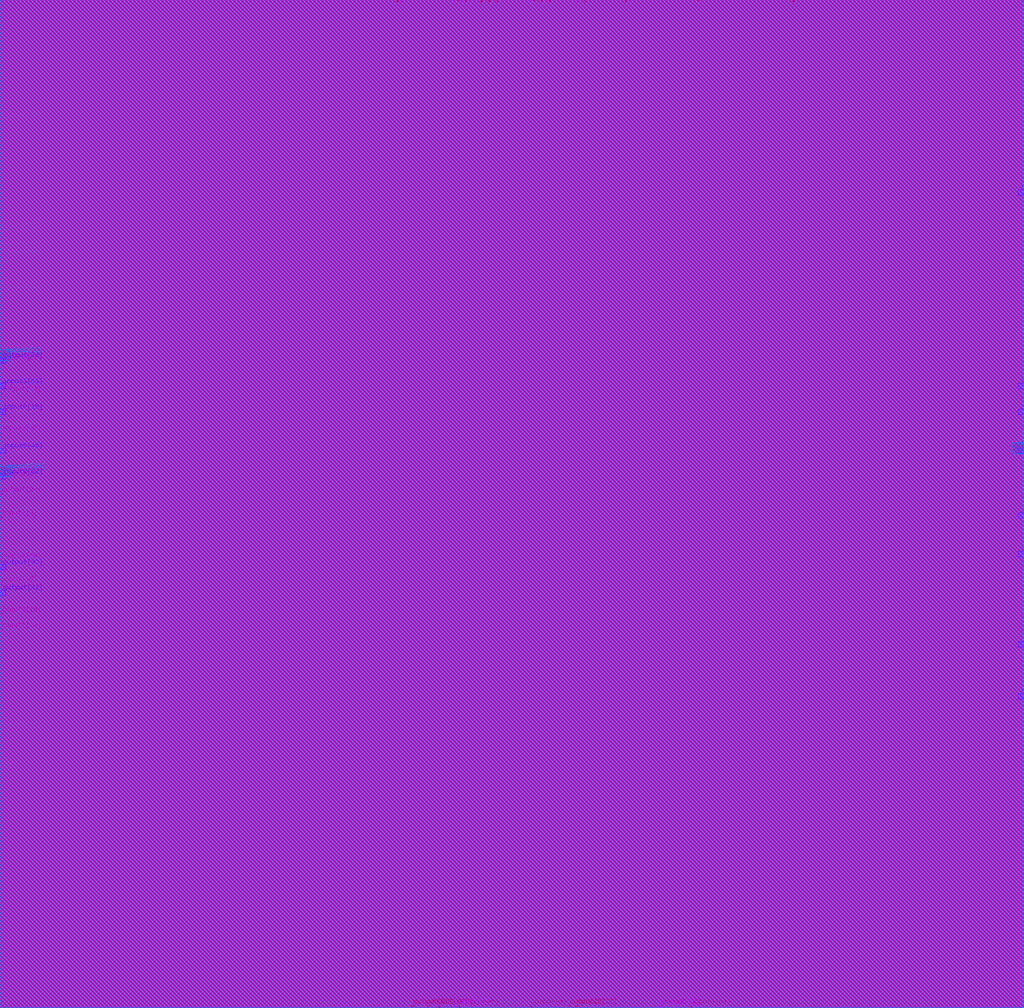
<source format=lef>
##
## LEF for PtnCells ;
## created by Innovus v17.12-s095_1 on Wed Apr 22 22:04:46 2020
##

VERSION 5.8 ;

BUSBITCHARS "[]" ;
DIVIDERCHAR "/" ;

MACRO AsyncMux_width64
  CLASS BLOCK ;
  FOREIGN AsyncMux_width64 0 0 ;
  ORIGIN 0.0000 0.0000 ;
  SIZE 75.2400 BY 74.1000 ;
  SYMMETRY X Y R90 ;
  PIN input0[63]
    DIRECTION INPUT ;
    USE SIGNAL ;
    PORT
      LAYER metal3 ;
        RECT 0.0000 47.3700 0.0700 47.4400 ;
    END
  END input0[63]
  PIN input0[62]
    DIRECTION INPUT ;
    USE SIGNAL ;
    PORT
      LAYER metal7 ;
        RECT 0.0000 38.8450 0.4000 39.2450 ;
    END
  END input0[62]
  PIN input0[61]
    DIRECTION INPUT ;
    USE SIGNAL ;
    PORT
      LAYER metal4 ;
        RECT 34.1850 73.9600 34.3250 74.1000 ;
    END
  END input0[61]
  PIN input0[60]
    DIRECTION INPUT ;
    USE SIGNAL ;
    PORT
      LAYER metal2 ;
        RECT 34.0700 74.0300 34.1400 74.1000 ;
    END
  END input0[60]
  PIN input0[59]
    DIRECTION INPUT ;
    USE SIGNAL ;
    PORT
      LAYER metal6 ;
        RECT 33.9050 73.9600 34.0450 74.1000 ;
    END
  END input0[59]
  PIN input0[58]
    DIRECTION INPUT ;
    USE SIGNAL ;
    PORT
      LAYER metal2 ;
        RECT 38.8200 0.0000 38.8900 0.0700 ;
    END
  END input0[58]
  PIN input0[57]
    DIRECTION INPUT ;
    USE SIGNAL ;
    PORT
      LAYER metal4 ;
        RECT 48.4650 0.0000 48.6050 0.1400 ;
    END
  END input0[57]
  PIN input0[56]
    DIRECTION INPUT ;
    USE SIGNAL ;
    PORT
      LAYER metal3 ;
        RECT 75.1700 31.2200 75.2400 31.2900 ;
    END
  END input0[56]
  PIN input0[55]
    DIRECTION INPUT ;
    USE SIGNAL ;
    PORT
      LAYER metal7 ;
        RECT 74.8400 45.4950 75.2400 45.8950 ;
    END
  END input0[55]
  PIN input0[54]
    DIRECTION INPUT ;
    USE SIGNAL ;
    PORT
      LAYER metal3 ;
        RECT 0.0000 42.4300 0.0700 42.5000 ;
    END
  END input0[54]
  PIN input0[53]
    DIRECTION INPUT ;
    USE SIGNAL ;
    PORT
      LAYER metal2 ;
        RECT 33.1200 0.0000 33.1900 0.0700 ;
    END
  END input0[53]
  PIN input0[52]
    DIRECTION INPUT ;
    USE SIGNAL ;
    PORT
      LAYER metal2 ;
        RECT 42.2400 0.0000 42.3100 0.0700 ;
    END
  END input0[52]
  PIN input0[51]
    DIRECTION INPUT ;
    USE SIGNAL ;
    PORT
      LAYER metal3 ;
        RECT 75.1700 39.9600 75.2400 40.0300 ;
    END
  END input0[51]
  PIN input0[50]
    DIRECTION INPUT ;
    USE SIGNAL ;
    PORT
      LAYER metal3 ;
        RECT 75.1700 46.2300 75.2400 46.3000 ;
    END
  END input0[50]
  PIN input0[49]
    DIRECTION INPUT ;
    USE SIGNAL ;
    PORT
      LAYER metal2 ;
        RECT 42.6200 74.0300 42.6900 74.1000 ;
    END
  END input0[49]
  PIN input0[48]
    DIRECTION INPUT ;
    USE SIGNAL ;
    PORT
      LAYER metal7 ;
        RECT 0.0000 40.7450 0.4000 41.1450 ;
    END
  END input0[48]
  PIN input0[47]
    DIRECTION INPUT ;
    USE SIGNAL ;
    PORT
      LAYER metal2 ;
        RECT 24.7600 74.0300 24.8300 74.1000 ;
    END
  END input0[47]
  PIN input0[46]
    DIRECTION INPUT ;
    USE SIGNAL ;
    PORT
      LAYER metal7 ;
        RECT 74.8400 40.7450 75.2400 41.1450 ;
    END
  END input0[46]
  PIN input0[45]
    DIRECTION INPUT ;
    USE SIGNAL ;
    PORT
      LAYER metal2 ;
        RECT 39.2000 74.0300 39.2700 74.1000 ;
    END
  END input0[45]
  PIN input0[44]
    DIRECTION INPUT ;
    USE SIGNAL ;
    PORT
      LAYER metal2 ;
        RECT 35.4000 74.0300 35.4700 74.1000 ;
    END
  END input0[44]
  PIN input0[43]
    DIRECTION INPUT ;
    USE SIGNAL ;
    PORT
      LAYER metal3 ;
        RECT 0.0000 44.9000 0.0700 44.9700 ;
    END
  END input0[43]
  PIN input0[42]
    DIRECTION INPUT ;
    USE SIGNAL ;
    PORT
      LAYER metal3 ;
        RECT 0.0000 31.2200 0.0700 31.2900 ;
    END
  END input0[42]
  PIN input0[41]
    DIRECTION INPUT ;
    USE SIGNAL ;
    PORT
      LAYER metal3 ;
        RECT 75.1700 23.8100 75.2400 23.8800 ;
    END
  END input0[41]
  PIN input0[40]
    DIRECTION INPUT ;
    USE SIGNAL ;
    PORT
      LAYER metal2 ;
        RECT 35.0200 0.0000 35.0900 0.0700 ;
    END
  END input0[40]
  PIN input0[39]
    DIRECTION INPUT ;
    USE SIGNAL ;
    PORT
      LAYER metal7 ;
        RECT 74.8400 43.5950 75.2400 43.9950 ;
    END
  END input0[39]
  PIN input0[38]
    DIRECTION INPUT ;
    USE SIGNAL ;
    PORT
      LAYER metal3 ;
        RECT 0.0000 37.4900 0.0700 37.5600 ;
    END
  END input0[38]
  PIN input0[37]
    DIRECTION INPUT ;
    USE SIGNAL ;
    PORT
      LAYER metal2 ;
        RECT 35.4000 0.0000 35.4700 0.0700 ;
    END
  END input0[37]
  PIN input0[36]
    DIRECTION INPUT ;
    USE SIGNAL ;
    PORT
      LAYER metal2 ;
        RECT 43.5700 0.0000 43.6400 0.0700 ;
    END
  END input0[36]
  PIN input0[35]
    DIRECTION INPUT ;
    USE SIGNAL ;
    PORT
      LAYER metal3 ;
        RECT 75.1700 32.3600 75.2400 32.4300 ;
    END
  END input0[35]
  PIN input0[34]
    DIRECTION INPUT ;
    USE SIGNAL ;
    PORT
      LAYER metal7 ;
        RECT 74.8400 35.9950 75.2400 36.3950 ;
    END
  END input0[34]
  PIN input0[33]
    DIRECTION INPUT ;
    USE SIGNAL ;
    PORT
      LAYER metal2 ;
        RECT 39.7700 74.0300 39.8400 74.1000 ;
    END
  END input0[33]
  PIN input0[32]
    DIRECTION INPUT ;
    USE SIGNAL ;
    PORT
      LAYER metal3 ;
        RECT 0.0000 32.5500 0.0700 32.6200 ;
    END
  END input0[32]
  PIN input0[31]
    DIRECTION INPUT ;
    USE SIGNAL ;
    PORT
      LAYER metal5 ;
        RECT 0.0000 47.3350 0.1400 47.4750 ;
    END
  END input0[31]
  PIN input0[30]
    DIRECTION INPUT ;
    USE SIGNAL ;
    PORT
      LAYER metal3 ;
        RECT 75.1700 42.4300 75.2400 42.5000 ;
    END
  END input0[30]
  PIN input0[29]
    DIRECTION INPUT ;
    USE SIGNAL ;
    PORT
      LAYER metal3 ;
        RECT 75.1700 43.7600 75.2400 43.8300 ;
    END
  END input0[29]
  PIN input0[28]
    DIRECTION INPUT ;
    USE SIGNAL ;
    PORT
      LAYER metal2 ;
        RECT 40.5300 74.0300 40.6000 74.1000 ;
    END
  END input0[28]
  PIN input0[27]
    DIRECTION INPUT ;
    USE SIGNAL ;
    PORT
      LAYER metal2 ;
        RECT 29.3200 74.0300 29.3900 74.1000 ;
    END
  END input0[27]
  PIN input0[26]
    DIRECTION INPUT ;
    USE SIGNAL ;
    PORT
      LAYER metal9 ;
        RECT 0.0000 39.0250 0.8000 39.8250 ;
    END
  END input0[26]
  PIN input0[25]
    DIRECTION INPUT ;
    USE SIGNAL ;
    PORT
      LAYER metal3 ;
        RECT 75.1700 27.6100 75.2400 27.6800 ;
    END
  END input0[25]
  PIN input0[24]
    DIRECTION INPUT ;
    USE SIGNAL ;
    PORT
      LAYER metal4 ;
        RECT 35.3050 73.9600 35.4450 74.1000 ;
    END
  END input0[24]
  PIN input0[23]
    DIRECTION INPUT ;
    USE SIGNAL ;
    PORT
      LAYER metal5 ;
        RECT 75.1000 44.7700 75.2400 44.9100 ;
    END
  END input0[23]
  PIN input0[22]
    DIRECTION INPUT ;
    USE SIGNAL ;
    PORT
      LAYER metal3 ;
        RECT 0.0000 36.1600 0.0700 36.2300 ;
    END
  END input0[22]
  PIN input0[21]
    DIRECTION INPUT ;
    USE SIGNAL ;
    PORT
      LAYER metal4 ;
        RECT 32.2250 0.0000 32.3650 0.1400 ;
    END
  END input0[21]
  PIN input0[20]
    DIRECTION INPUT ;
    USE SIGNAL ;
    PORT
      LAYER metal2 ;
        RECT 36.3500 0.0000 36.4200 0.0700 ;
    END
  END input0[20]
  PIN input0[19]
    DIRECTION INPUT ;
    USE SIGNAL ;
    PORT
      LAYER metal5 ;
        RECT 75.1000 27.6700 75.2400 27.8100 ;
    END
  END input0[19]
  PIN input0[18]
    DIRECTION INPUT ;
    USE SIGNAL ;
    PORT
      LAYER metal7 ;
        RECT 74.8400 33.1450 75.2400 33.5450 ;
    END
  END input0[18]
  PIN input0[17]
    DIRECTION INPUT ;
    USE SIGNAL ;
    PORT
      LAYER metal3 ;
        RECT 75.1700 35.0200 75.2400 35.0900 ;
    END
  END input0[17]
  PIN input0[16]
    DIRECTION INPUT ;
    USE SIGNAL ;
    PORT
      LAYER metal5 ;
        RECT 0.0000 28.8100 0.1400 28.9500 ;
    END
  END input0[16]
  PIN input0[15]
    DIRECTION INPUT ;
    USE SIGNAL ;
    PORT
      LAYER metal7 ;
        RECT 0.0000 43.5950 0.4000 43.9950 ;
    END
  END input0[15]
  PIN input0[14]
    DIRECTION INPUT ;
    USE SIGNAL ;
    PORT
      LAYER metal5 ;
        RECT 75.1000 28.8100 75.2400 28.9500 ;
    END
  END input0[14]
  PIN input0[13]
    DIRECTION INPUT ;
    USE SIGNAL ;
    PORT
      LAYER metal5 ;
        RECT 75.1000 39.9250 75.2400 40.0650 ;
    END
  END input0[13]
  PIN input0[12]
    DIRECTION INPUT ;
    USE SIGNAL ;
    PORT
      LAYER metal2 ;
        RECT 46.2300 74.0300 46.3000 74.1000 ;
    END
  END input0[12]
  PIN input0[11]
    DIRECTION INPUT ;
    USE SIGNAL ;
    PORT
      LAYER metal4 ;
        RECT 39.7850 73.9600 39.9250 74.1000 ;
    END
  END input0[11]
  PIN input0[10]
    DIRECTION INPUT ;
    USE SIGNAL ;
    PORT
      LAYER metal3 ;
        RECT 0.0000 38.8200 0.0700 38.8900 ;
    END
  END input0[10]
  PIN input0[9]
    DIRECTION INPUT ;
    USE SIGNAL ;
    PORT
      LAYER metal7 ;
        RECT 74.8400 26.4950 75.2400 26.8950 ;
    END
  END input0[9]
  PIN input0[8]
    DIRECTION INPUT ;
    USE SIGNAL ;
    PORT
      LAYER metal5 ;
        RECT 75.1000 34.7950 75.2400 34.9350 ;
    END
  END input0[8]
  PIN input0[7]
    DIRECTION INPUT ;
    USE SIGNAL ;
    PORT
      LAYER metal2 ;
        RECT 49.2700 74.0300 49.3400 74.1000 ;
    END
  END input0[7]
  PIN input0[6]
    DIRECTION INPUT ;
    USE SIGNAL ;
    PORT
      LAYER metal2 ;
        RECT 36.3500 74.0300 36.4200 74.1000 ;
    END
  END input0[6]
  PIN input0[5]
    DIRECTION INPUT ;
    USE SIGNAL ;
    PORT
      LAYER metal6 ;
        RECT 33.3450 0.0000 33.4850 0.1400 ;
    END
  END input0[5]
  PIN input0[4]
    DIRECTION INPUT ;
    USE SIGNAL ;
    PORT
      LAYER metal2 ;
        RECT 43.0000 0.0000 43.0700 0.0700 ;
    END
  END input0[4]
  PIN input0[3]
    DIRECTION INPUT ;
    USE SIGNAL ;
    PORT
      LAYER metal3 ;
        RECT 75.1700 33.8800 75.2400 33.9500 ;
    END
  END input0[3]
  PIN input0[2]
    DIRECTION INPUT ;
    USE SIGNAL ;
    PORT
      LAYER metal4 ;
        RECT 39.2250 73.9600 39.3650 74.1000 ;
    END
  END input0[2]
  PIN input0[1]
    DIRECTION INPUT ;
    USE SIGNAL ;
    PORT
      LAYER metal3 ;
        RECT 0.0000 43.7600 0.0700 43.8300 ;
    END
  END input0[1]
  PIN input0[0]
    DIRECTION INPUT ;
    USE SIGNAL ;
    PORT
      LAYER metal5 ;
        RECT 0.0000 38.7850 0.1400 38.9250 ;
    END
  END input0[0]
  PIN input1[63]
    DIRECTION INPUT ;
    USE SIGNAL ;
    PORT
      LAYER metal3 ;
        RECT 0.0000 65.2300 0.0700 65.3000 ;
    END
  END input1[63]
  PIN input1[62]
    DIRECTION INPUT ;
    USE SIGNAL ;
    PORT
      LAYER metal3 ;
        RECT 75.1700 30.6500 75.2400 30.7200 ;
    END
  END input1[62]
  PIN input1[61]
    DIRECTION INPUT ;
    USE SIGNAL ;
    PORT
      LAYER metal7 ;
        RECT 0.0000 45.4950 0.4000 45.8950 ;
    END
  END input1[61]
  PIN input1[60]
    DIRECTION INPUT ;
    USE SIGNAL ;
    PORT
      LAYER metal6 ;
        RECT 33.3450 73.9600 33.4850 74.1000 ;
    END
  END input1[60]
  PIN input1[59]
    DIRECTION INPUT ;
    USE SIGNAL ;
    PORT
      LAYER metal2 ;
        RECT 19.4400 74.0300 19.5100 74.1000 ;
    END
  END input1[59]
  PIN input1[58]
    DIRECTION INPUT ;
    USE SIGNAL ;
    PORT
      LAYER metal2 ;
        RECT 23.0500 0.0000 23.1200 0.0700 ;
    END
  END input1[58]
  PIN input1[57]
    DIRECTION INPUT ;
    USE SIGNAL ;
    PORT
      LAYER metal4 ;
        RECT 50.7050 0.0000 50.8450 0.1400 ;
    END
  END input1[57]
  PIN input1[56]
    DIRECTION INPUT ;
    USE SIGNAL ;
    PORT
      LAYER metal2 ;
        RECT 46.6100 0.0000 46.6800 0.0700 ;
    END
  END input1[56]
  PIN input1[55]
    DIRECTION INPUT ;
    USE SIGNAL ;
    PORT
      LAYER metal3 ;
        RECT 75.1700 55.3500 75.2400 55.4200 ;
    END
  END input1[55]
  PIN input1[54]
    DIRECTION INPUT ;
    USE SIGNAL ;
    PORT
      LAYER metal2 ;
        RECT 22.6700 74.0300 22.7400 74.1000 ;
    END
  END input1[54]
  PIN input1[53]
    DIRECTION INPUT ;
    USE SIGNAL ;
    PORT
      LAYER metal2 ;
        RECT 26.8500 0.0000 26.9200 0.0700 ;
    END
  END input1[53]
  PIN input1[52]
    DIRECTION INPUT ;
    USE SIGNAL ;
    PORT
      LAYER metal2 ;
        RECT 40.7200 0.0000 40.7900 0.0700 ;
    END
  END input1[52]
  PIN input1[51]
    DIRECTION INPUT ;
    USE SIGNAL ;
    PORT
      LAYER metal3 ;
        RECT 75.1700 45.4700 75.2400 45.5400 ;
    END
  END input1[51]
  PIN input1[50]
    DIRECTION INPUT ;
    USE SIGNAL ;
    PORT
      LAYER metal5 ;
        RECT 75.1000 55.3150 75.2400 55.4550 ;
    END
  END input1[50]
  PIN input1[49]
    DIRECTION INPUT ;
    USE SIGNAL ;
    PORT
      LAYER metal2 ;
        RECT 44.3300 74.0300 44.4000 74.1000 ;
    END
  END input1[49]
  PIN input1[48]
    DIRECTION INPUT ;
    USE SIGNAL ;
    PORT
      LAYER metal3 ;
        RECT 0.0000 40.5300 0.0700 40.6000 ;
    END
  END input1[48]
  PIN input1[47]
    DIRECTION INPUT ;
    USE SIGNAL ;
    PORT
      LAYER metal2 ;
        RECT 11.0800 74.0300 11.1500 74.1000 ;
    END
  END input1[47]
  PIN input1[46]
    DIRECTION INPUT ;
    USE SIGNAL ;
    PORT
      LAYER metal3 ;
        RECT 75.1700 25.3300 75.2400 25.4000 ;
    END
  END input1[46]
  PIN input1[45]
    DIRECTION INPUT ;
    USE SIGNAL ;
    PORT
      LAYER metal2 ;
        RECT 40.9100 74.0300 40.9800 74.1000 ;
    END
  END input1[45]
  PIN input1[44]
    DIRECTION INPUT ;
    USE SIGNAL ;
    PORT
      LAYER metal2 ;
        RECT 34.8300 74.0300 34.9000 74.1000 ;
    END
  END input1[44]
  PIN input1[43]
    DIRECTION INPUT ;
    USE SIGNAL ;
    PORT
      LAYER metal3 ;
        RECT 0.0000 52.5000 0.0700 52.5700 ;
    END
  END input1[43]
  PIN input1[42]
    DIRECTION INPUT ;
    USE SIGNAL ;
    PORT
      LAYER metal3 ;
        RECT 0.0000 30.0800 0.0700 30.1500 ;
    END
  END input1[42]
  PIN input1[41]
    DIRECTION INPUT ;
    USE SIGNAL ;
    PORT
      LAYER metal2 ;
        RECT 62.7600 0.0000 62.8300 0.0700 ;
    END
  END input1[41]
  PIN input1[40]
    DIRECTION INPUT ;
    USE SIGNAL ;
    PORT
      LAYER metal10 ;
        RECT 38.3350 0.0000 39.1350 0.8000 ;
    END
  END input1[40]
  PIN input1[39]
    DIRECTION INPUT ;
    USE SIGNAL ;
    PORT
      LAYER metal3 ;
        RECT 75.1700 54.9700 75.2400 55.0400 ;
    END
  END input1[39]
  PIN input1[38]
    DIRECTION INPUT ;
    USE SIGNAL ;
    PORT
      LAYER metal3 ;
        RECT 0.0000 37.8700 0.0700 37.9400 ;
    END
  END input1[38]
  PIN input1[37]
    DIRECTION INPUT ;
    USE SIGNAL ;
    PORT
      LAYER metal2 ;
        RECT 31.2200 0.0000 31.2900 0.0700 ;
    END
  END input1[37]
  PIN input1[36]
    DIRECTION INPUT ;
    USE SIGNAL ;
    PORT
      LAYER metal2 ;
        RECT 45.4700 0.0000 45.5400 0.0700 ;
    END
  END input1[36]
  PIN input1[35]
    DIRECTION INPUT ;
    USE SIGNAL ;
    PORT
      LAYER metal3 ;
        RECT 75.1700 30.2700 75.2400 30.3400 ;
    END
  END input1[35]
  PIN input1[34]
    DIRECTION INPUT ;
    USE SIGNAL ;
    PORT
      LAYER metal3 ;
        RECT 75.1700 37.1100 75.2400 37.1800 ;
    END
  END input1[34]
  PIN input1[33]
    DIRECTION INPUT ;
    USE SIGNAL ;
    PORT
      LAYER metal2 ;
        RECT 41.4800 74.0300 41.5500 74.1000 ;
    END
  END input1[33]
  PIN input1[32]
    DIRECTION INPUT ;
    USE SIGNAL ;
    PORT
      LAYER metal5 ;
        RECT 0.0000 27.6700 0.1400 27.8100 ;
    END
  END input1[32]
  PIN input1[31]
    DIRECTION INPUT ;
    USE SIGNAL ;
    PORT
      LAYER metal3 ;
        RECT 0.0000 57.0600 0.0700 57.1300 ;
    END
  END input1[31]
  PIN input1[30]
    DIRECTION INPUT ;
    USE SIGNAL ;
    PORT
      LAYER metal3 ;
        RECT 75.1700 20.0100 75.2400 20.0800 ;
    END
  END input1[30]
  PIN input1[29]
    DIRECTION INPUT ;
    USE SIGNAL ;
    PORT
      LAYER metal5 ;
        RECT 75.1000 32.2300 75.2400 32.3700 ;
    END
  END input1[29]
  PIN input1[28]
    DIRECTION INPUT ;
    USE SIGNAL ;
    PORT
      LAYER metal2 ;
        RECT 53.0700 74.0300 53.1400 74.1000 ;
    END
  END input1[28]
  PIN input1[27]
    DIRECTION INPUT ;
    USE SIGNAL ;
    PORT
      LAYER metal2 ;
        RECT 18.4900 74.0300 18.5600 74.1000 ;
    END
  END input1[27]
  PIN input1[26]
    DIRECTION INPUT ;
    USE SIGNAL ;
    PORT
      LAYER metal5 ;
        RECT 0.0000 42.2050 0.1400 42.3450 ;
    END
  END input1[26]
  PIN input1[25]
    DIRECTION INPUT ;
    USE SIGNAL ;
    PORT
      LAYER metal2 ;
        RECT 61.4300 0.0000 61.5000 0.0700 ;
    END
  END input1[25]
  PIN input1[24]
    DIRECTION INPUT ;
    USE SIGNAL ;
    PORT
      LAYER metal2 ;
        RECT 39.7700 0.0000 39.8400 0.0700 ;
    END
  END input1[24]
  PIN input1[23]
    DIRECTION INPUT ;
    USE SIGNAL ;
    PORT
      LAYER metal3 ;
        RECT 75.1700 49.6500 75.2400 49.7200 ;
    END
  END input1[23]
  PIN input1[22]
    DIRECTION INPUT ;
    USE SIGNAL ;
    PORT
      LAYER metal3 ;
        RECT 0.0000 34.8300 0.0700 34.9000 ;
    END
  END input1[22]
  PIN input1[21]
    DIRECTION INPUT ;
    USE SIGNAL ;
    PORT
      LAYER metal2 ;
        RECT 21.5300 0.0000 21.6000 0.0700 ;
    END
  END input1[21]
  PIN input1[20]
    DIRECTION INPUT ;
    USE SIGNAL ;
    PORT
      LAYER metal4 ;
        RECT 31.3850 0.0000 31.5250 0.1400 ;
    END
  END input1[20]
  PIN input1[19]
    DIRECTION INPUT ;
    USE SIGNAL ;
    PORT
      LAYER metal3 ;
        RECT 75.1700 22.6700 75.2400 22.7400 ;
    END
  END input1[19]
  PIN input1[18]
    DIRECTION INPUT ;
    USE SIGNAL ;
    PORT
      LAYER metal3 ;
        RECT 75.1700 42.0500 75.2400 42.1200 ;
    END
  END input1[18]
  PIN input1[17]
    DIRECTION INPUT ;
    USE SIGNAL ;
    PORT
      LAYER metal4 ;
        RECT 35.8650 73.9600 36.0050 74.1000 ;
    END
  END input1[17]
  PIN input1[16]
    DIRECTION INPUT ;
    USE SIGNAL ;
    PORT
      LAYER metal3 ;
        RECT 0.0000 27.4200 0.0700 27.4900 ;
    END
  END input1[16]
  PIN input1[15]
    DIRECTION INPUT ;
    USE SIGNAL ;
    PORT
      LAYER metal3 ;
        RECT 0.0000 55.7300 0.0700 55.8000 ;
    END
  END input1[15]
  PIN input1[14]
    DIRECTION INPUT ;
    USE SIGNAL ;
    PORT
      LAYER metal3 ;
        RECT 75.1700 18.6800 75.2400 18.7500 ;
    END
  END input1[14]
  PIN input1[13]
    DIRECTION INPUT ;
    USE SIGNAL ;
    PORT
      LAYER metal9 ;
        RECT 74.4400 40.7350 75.2400 41.5350 ;
    END
  END input1[13]
  PIN input1[12]
    DIRECTION INPUT ;
    USE SIGNAL ;
    PORT
      LAYER metal4 ;
        RECT 45.9450 73.9600 46.0850 74.1000 ;
    END
  END input1[12]
  PIN input1[11]
    DIRECTION INPUT ;
    USE SIGNAL ;
    PORT
      LAYER metal2 ;
        RECT 14.5000 74.0300 14.5700 74.1000 ;
    END
  END input1[11]
  PIN input1[10]
    DIRECTION INPUT ;
    USE SIGNAL ;
    PORT
      LAYER metal3 ;
        RECT 0.0000 33.5000 0.0700 33.5700 ;
    END
  END input1[10]
  PIN input1[9]
    DIRECTION INPUT ;
    USE SIGNAL ;
    PORT
      LAYER metal3 ;
        RECT 75.1700 8.8000 75.2400 8.8700 ;
    END
  END input1[9]
  PIN input1[8]
    DIRECTION INPUT ;
    USE SIGNAL ;
    PORT
      LAYER metal5 ;
        RECT 0.0000 35.9350 0.1400 36.0750 ;
    END
  END input1[8]
  PIN input1[7]
    DIRECTION INPUT ;
    USE SIGNAL ;
    PORT
      LAYER metal2 ;
        RECT 61.2400 74.0300 61.3100 74.1000 ;
    END
  END input1[7]
  PIN input1[6]
    DIRECTION INPUT ;
    USE SIGNAL ;
    PORT
      LAYER metal3 ;
        RECT 0.0000 43.3800 0.0700 43.4500 ;
    END
  END input1[6]
  PIN input1[5]
    DIRECTION INPUT ;
    USE SIGNAL ;
    PORT
      LAYER metal2 ;
        RECT 29.3200 0.0000 29.3900 0.0700 ;
    END
  END input1[5]
  PIN input1[4]
    DIRECTION INPUT ;
    USE SIGNAL ;
    PORT
      LAYER metal2 ;
        RECT 41.1000 0.0000 41.1700 0.0700 ;
    END
  END input1[4]
  PIN input1[3]
    DIRECTION INPUT ;
    USE SIGNAL ;
    PORT
      LAYER metal3 ;
        RECT 75.1700 35.9700 75.2400 36.0400 ;
    END
  END input1[3]
  PIN input1[2]
    DIRECTION INPUT ;
    USE SIGNAL ;
    PORT
      LAYER metal3 ;
        RECT 75.1700 41.2900 75.2400 41.3600 ;
    END
  END input1[2]
  PIN input1[1]
    DIRECTION INPUT ;
    USE SIGNAL ;
    PORT
      LAYER metal4 ;
        RECT 36.4250 73.9600 36.5650 74.1000 ;
    END
  END input1[1]
  PIN input1[0]
    DIRECTION INPUT ;
    USE SIGNAL ;
    PORT
      LAYER metal5 ;
        RECT 0.0000 31.0900 0.1400 31.2300 ;
    END
  END input1[0]
  PIN ctrl
    DIRECTION INPUT ;
    USE SIGNAL ;
    PORT
      LAYER metal3 ;
        RECT 0.0000 17.5400 0.0700 17.6100 ;
    END
  END ctrl
  PIN output[63]
    DIRECTION OUTPUT ;
    USE SIGNAL ;
    PORT
      LAYER metal3 ;
        RECT 0.0000 55.1600 0.0700 55.2300 ;
    END
  END output[63]
  PIN output[62]
    DIRECTION OUTPUT ;
    USE SIGNAL ;
    PORT
      LAYER metal3 ;
        RECT 0.0000 32.9300 0.0700 33.0000 ;
    END
  END output[62]
  PIN output[61]
    DIRECTION OUTPUT ;
    USE SIGNAL ;
    PORT
      LAYER metal6 ;
        RECT 29.4250 73.9600 29.5650 74.1000 ;
    END
  END output[61]
  PIN output[60]
    DIRECTION OUTPUT ;
    USE SIGNAL ;
    PORT
      LAYER metal2 ;
        RECT 31.7900 74.0300 31.8600 74.1000 ;
    END
  END output[60]
  PIN output[59]
    DIRECTION OUTPUT ;
    USE SIGNAL ;
    PORT
      LAYER metal5 ;
        RECT 0.0000 32.8000 0.1400 32.9400 ;
    END
  END output[59]
  PIN output[58]
    DIRECTION OUTPUT ;
    USE SIGNAL ;
    PORT
      LAYER metal2 ;
        RECT 47.7500 0.0000 47.8200 0.0700 ;
    END
  END output[58]
  PIN output[57]
    DIRECTION OUTPUT ;
    USE SIGNAL ;
    PORT
      LAYER metal2 ;
        RECT 65.6100 0.0000 65.6800 0.0700 ;
    END
  END output[57]
  PIN output[56]
    DIRECTION OUTPUT ;
    USE SIGNAL ;
    PORT
      LAYER metal5 ;
        RECT 75.1000 22.8250 75.2400 22.9650 ;
    END
  END output[56]
  PIN output[55]
    DIRECTION OUTPUT ;
    USE SIGNAL ;
    PORT
      LAYER metal4 ;
        RECT 58.2650 73.9600 58.4050 74.1000 ;
    END
  END output[55]
  PIN output[54]
    DIRECTION OUTPUT ;
    USE SIGNAL ;
    PORT
      LAYER metal5 ;
        RECT 0.0000 37.6450 0.1400 37.7850 ;
    END
  END output[54]
  PIN output[53]
    DIRECTION OUTPUT ;
    USE SIGNAL ;
    PORT
      LAYER metal4 ;
        RECT 30.2650 0.0000 30.4050 0.1400 ;
    END
  END output[53]
  PIN output[52]
    DIRECTION OUTPUT ;
    USE SIGNAL ;
    PORT
      LAYER metal6 ;
        RECT 48.4650 0.0000 48.6050 0.1400 ;
    END
  END output[52]
  PIN output[51]
    DIRECTION OUTPUT ;
    USE SIGNAL ;
    PORT
      LAYER metal3 ;
        RECT 75.1700 40.3400 75.2400 40.4100 ;
    END
  END output[51]
  PIN output[50]
    DIRECTION OUTPUT ;
    USE SIGNAL ;
    PORT
      LAYER metal3 ;
        RECT 75.1700 62.5700 75.2400 62.6400 ;
    END
  END output[50]
  PIN output[49]
    DIRECTION OUTPUT ;
    USE SIGNAL ;
    PORT
      LAYER metal4 ;
        RECT 51.2650 73.9600 51.4050 74.1000 ;
    END
  END output[49]
  PIN output[48]
    DIRECTION OUTPUT ;
    USE SIGNAL ;
    PORT
      LAYER metal2 ;
        RECT 21.5300 74.0300 21.6000 74.1000 ;
    END
  END output[48]
  PIN output[47]
    DIRECTION OUTPUT ;
    USE SIGNAL ;
    PORT
      LAYER metal2 ;
        RECT 15.8300 74.0300 15.9000 74.1000 ;
    END
  END output[47]
  PIN output[46]
    DIRECTION OUTPUT ;
    USE SIGNAL ;
    PORT
      LAYER metal2 ;
        RECT 48.8900 74.0300 48.9600 74.1000 ;
    END
  END output[46]
  PIN output[45]
    DIRECTION OUTPUT ;
    USE SIGNAL ;
    PORT
      LAYER metal5 ;
        RECT 75.1000 40.4950 75.2400 40.6350 ;
    END
  END output[45]
  PIN output[44]
    DIRECTION OUTPUT ;
    USE SIGNAL ;
    PORT
      LAYER metal4 ;
        RECT 33.6250 73.9600 33.7650 74.1000 ;
    END
  END output[44]
  PIN output[43]
    DIRECTION OUTPUT ;
    USE SIGNAL ;
    PORT
      LAYER metal2 ;
        RECT 20.0100 74.0300 20.0800 74.1000 ;
    END
  END output[43]
  PIN output[42]
    DIRECTION OUTPUT ;
    USE SIGNAL ;
    PORT
      LAYER metal7 ;
        RECT 0.0000 30.2950 0.4000 30.6950 ;
    END
  END output[42]
  PIN output[41]
    DIRECTION OUTPUT ;
    USE SIGNAL ;
    PORT
      LAYER metal2 ;
        RECT 44.3300 0.0000 44.4000 0.0700 ;
    END
  END output[41]
  PIN output[40]
    DIRECTION OUTPUT ;
    USE SIGNAL ;
    PORT
      LAYER metal2 ;
        RECT 33.6900 0.0000 33.7600 0.0700 ;
    END
  END output[40]
  PIN output[39]
    DIRECTION OUTPUT ;
    USE SIGNAL ;
    PORT
      LAYER metal5 ;
        RECT 75.1000 37.6450 75.2400 37.7850 ;
    END
  END output[39]
  PIN output[38]
    DIRECTION OUTPUT ;
    USE SIGNAL ;
    PORT
      LAYER metal2 ;
        RECT 34.4500 0.0000 34.5200 0.0700 ;
    END
  END output[38]
  PIN output[37]
    DIRECTION OUTPUT ;
    USE SIGNAL ;
    PORT
      LAYER metal4 ;
        RECT 42.3050 0.0000 42.4450 0.1400 ;
    END
  END output[37]
  PIN output[36]
    DIRECTION OUTPUT ;
    USE SIGNAL ;
    PORT
      LAYER metal2 ;
        RECT 57.6300 0.0000 57.7000 0.0700 ;
    END
  END output[36]
  PIN output[35]
    DIRECTION OUTPUT ;
    USE SIGNAL ;
    PORT
      LAYER metal5 ;
        RECT 75.1000 25.3900 75.2400 25.5300 ;
    END
  END output[35]
  PIN output[34]
    DIRECTION OUTPUT ;
    USE SIGNAL ;
    PORT
      LAYER metal3 ;
        RECT 75.1700 37.4900 75.2400 37.5600 ;
    END
  END output[34]
  PIN output[33]
    DIRECTION OUTPUT ;
    USE SIGNAL ;
    PORT
      LAYER metal3 ;
        RECT 75.1700 42.8100 75.2400 42.8800 ;
    END
  END output[33]
  PIN output[32]
    DIRECTION OUTPUT ;
    USE SIGNAL ;
    PORT
      LAYER metal7 ;
        RECT 0.0000 32.1950 0.4000 32.5950 ;
    END
  END output[32]
  PIN output[31]
    DIRECTION OUTPUT ;
    USE SIGNAL ;
    PORT
      LAYER metal4 ;
        RECT 42.8650 73.9600 43.0050 74.1000 ;
    END
  END output[31]
  PIN output[30]
    DIRECTION OUTPUT ;
    USE SIGNAL ;
    PORT
      LAYER metal3 ;
        RECT 75.1700 50.0300 75.2400 50.1000 ;
    END
  END output[30]
  PIN output[29]
    DIRECTION OUTPUT ;
    USE SIGNAL ;
    PORT
      LAYER metal7 ;
        RECT 74.8400 59.7450 75.2400 60.1450 ;
    END
  END output[29]
  PIN output[28]
    DIRECTION OUTPUT ;
    USE SIGNAL ;
    PORT
      LAYER metal2 ;
        RECT 53.8300 74.0300 53.9000 74.1000 ;
    END
  END output[28]
  PIN output[27]
    DIRECTION OUTPUT ;
    USE SIGNAL ;
    PORT
      LAYER metal2 ;
        RECT 21.1500 74.0300 21.2200 74.1000 ;
    END
  END output[27]
  PIN output[26]
    DIRECTION OUTPUT ;
    USE SIGNAL ;
    PORT
      LAYER metal7 ;
        RECT 0.0000 47.3950 0.4000 47.7950 ;
    END
  END output[26]
  PIN output[25]
    DIRECTION OUTPUT ;
    USE SIGNAL ;
    PORT
      LAYER metal5 ;
        RECT 75.1000 32.8000 75.2400 32.9400 ;
    END
  END output[25]
  PIN output[24]
    DIRECTION OUTPUT ;
    USE SIGNAL ;
    PORT
      LAYER metal5 ;
        RECT 0.0000 45.0550 0.1400 45.1950 ;
    END
  END output[24]
  PIN output[23]
    DIRECTION OUTPUT ;
    USE SIGNAL ;
    PORT
      LAYER metal6 ;
        RECT 38.9450 73.9600 39.0850 74.1000 ;
    END
  END output[23]
  PIN output[22]
    DIRECTION OUTPUT ;
    USE SIGNAL ;
    PORT
      LAYER metal3 ;
        RECT 0.0000 27.8000 0.0700 27.8700 ;
    END
  END output[22]
  PIN output[21]
    DIRECTION OUTPUT ;
    USE SIGNAL ;
    PORT
      LAYER metal2 ;
        RECT 24.5700 0.0000 24.6400 0.0700 ;
    END
  END output[21]
  PIN output[20]
    DIRECTION OUTPUT ;
    USE SIGNAL ;
    PORT
      LAYER metal4 ;
        RECT 33.6250 0.0000 33.7650 0.1400 ;
    END
  END output[20]
  PIN output[19]
    DIRECTION OUTPUT ;
    USE SIGNAL ;
    PORT
      LAYER metal2 ;
        RECT 51.9300 0.0000 52.0000 0.0700 ;
    END
  END output[19]
  PIN output[18]
    DIRECTION OUTPUT ;
    USE SIGNAL ;
    PORT
      LAYER metal3 ;
        RECT 75.1700 20.3900 75.2400 20.4600 ;
    END
  END output[18]
  PIN output[17]
    DIRECTION OUTPUT ;
    USE SIGNAL ;
    PORT
      LAYER metal7 ;
        RECT 74.8400 22.6950 75.2400 23.0950 ;
    END
  END output[17]
  PIN output[16]
    DIRECTION OUTPUT ;
    USE SIGNAL ;
    PORT
      LAYER metal3 ;
        RECT 0.0000 20.3900 0.0700 20.4600 ;
    END
  END output[16]
  PIN output[15]
    DIRECTION OUTPUT ;
    USE SIGNAL ;
    PORT
      LAYER metal2 ;
        RECT 30.6500 74.0300 30.7200 74.1000 ;
    END
  END output[15]
  PIN output[14]
    DIRECTION OUTPUT ;
    USE SIGNAL ;
    PORT
      LAYER metal3 ;
        RECT 75.1700 22.2900 75.2400 22.3600 ;
    END
  END output[14]
  PIN output[13]
    DIRECTION OUTPUT ;
    USE SIGNAL ;
    PORT
      LAYER metal3 ;
        RECT 75.1700 37.8700 75.2400 37.9400 ;
    END
  END output[13]
  PIN output[12]
    DIRECTION OUTPUT ;
    USE SIGNAL ;
    PORT
      LAYER metal3 ;
        RECT 75.1700 52.5000 75.2400 52.5700 ;
    END
  END output[12]
  PIN output[11]
    DIRECTION OUTPUT ;
    USE SIGNAL ;
    PORT
      LAYER metal4 ;
        RECT 40.3450 73.9600 40.4850 74.1000 ;
    END
  END output[11]
  PIN output[10]
    DIRECTION OUTPUT ;
    USE SIGNAL ;
    PORT
      LAYER metal3 ;
        RECT 75.1700 38.2500 75.2400 38.3200 ;
    END
  END output[10]
  PIN output[9]
    DIRECTION OUTPUT ;
    USE SIGNAL ;
    PORT
      LAYER metal3 ;
        RECT 75.1700 40.7200 75.2400 40.7900 ;
    END
  END output[9]
  PIN output[8]
    DIRECTION OUTPUT ;
    USE SIGNAL ;
    PORT
      LAYER metal5 ;
        RECT 75.1000 42.4900 75.2400 42.6300 ;
    END
  END output[8]
  PIN output[7]
    DIRECTION OUTPUT ;
    USE SIGNAL ;
    PORT
      LAYER metal2 ;
        RECT 56.4900 74.0300 56.5600 74.1000 ;
    END
  END output[7]
  PIN output[6]
    DIRECTION OUTPUT ;
    USE SIGNAL ;
    PORT
      LAYER metal6 ;
        RECT 42.3050 73.9600 42.4450 74.1000 ;
    END
  END output[6]
  PIN output[5]
    DIRECTION OUTPUT ;
    USE SIGNAL ;
    PORT
      LAYER metal4 ;
        RECT 41.7450 0.0000 41.8850 0.1400 ;
    END
  END output[5]
  PIN output[4]
    DIRECTION OUTPUT ;
    USE SIGNAL ;
    PORT
      LAYER metal2 ;
        RECT 46.2300 0.0000 46.3000 0.0700 ;
    END
  END output[4]
  PIN output[3]
    DIRECTION OUTPUT ;
    USE SIGNAL ;
    PORT
      LAYER metal4 ;
        RECT 38.9450 0.0000 39.0850 0.1400 ;
    END
  END output[3]
  PIN output[2]
    DIRECTION OUTPUT ;
    USE SIGNAL ;
    PORT
      LAYER metal4 ;
        RECT 29.1450 73.9600 29.2850 74.1000 ;
    END
  END output[2]
  PIN output[1]
    DIRECTION OUTPUT ;
    USE SIGNAL ;
    PORT
      LAYER metal9 ;
        RECT 0.0000 47.5750 0.8000 48.3750 ;
    END
  END output[1]
  PIN output[0]
    DIRECTION OUTPUT ;
    USE SIGNAL ;
    PORT
      LAYER metal3 ;
        RECT 0.0000 30.4600 0.0700 30.5300 ;
    END
  END output[0]
  OBS
    LAYER metal10 ;
      RECT 0.0000 0.0000 75.2400 74.1000 ;
    LAYER metal9 ;
      RECT 0.0000 0.0000 75.2400 74.1000 ;
    LAYER metal8 ;
      RECT 0.0000 0.0000 75.2400 74.1000 ;
    LAYER metal7 ;
      RECT 0.0000 0.0000 75.2400 74.1000 ;
    LAYER metal6 ;
      RECT 0.0000 0.0000 75.2400 74.1000 ;
    LAYER metal5 ;
      RECT 0.0000 0.0000 75.2400 74.1000 ;
    LAYER metal4 ;
      RECT 0.0000 0.0000 75.2400 74.1000 ;
    LAYER metal3 ;
      RECT 0.0000 0.0000 75.2400 74.1000 ;
    LAYER metal2 ;
      RECT 0.0000 0.0000 75.2400 74.1000 ;
    LAYER metal1 ;
      RECT 0.0000 0.0000 75.2400 74.1000 ;
  END
END AsyncMux_width64

END LIBRARY

</source>
